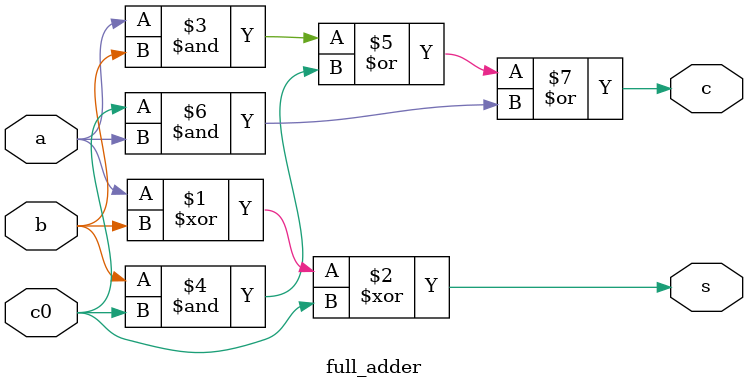
<source format=v>
 
  
 
//  Revision : 
// 
// Additional Comments: 
//
//////////////////////////////////////////////////////////////////////////////////
   

  module full_adder(a,b,c0,s,c);
  input a,b,c0;
  output s,c;

  assign s=a^b^c0;
  assign c=(a&b)|(b&c0)|(c0&a);

  endmodule

</source>
